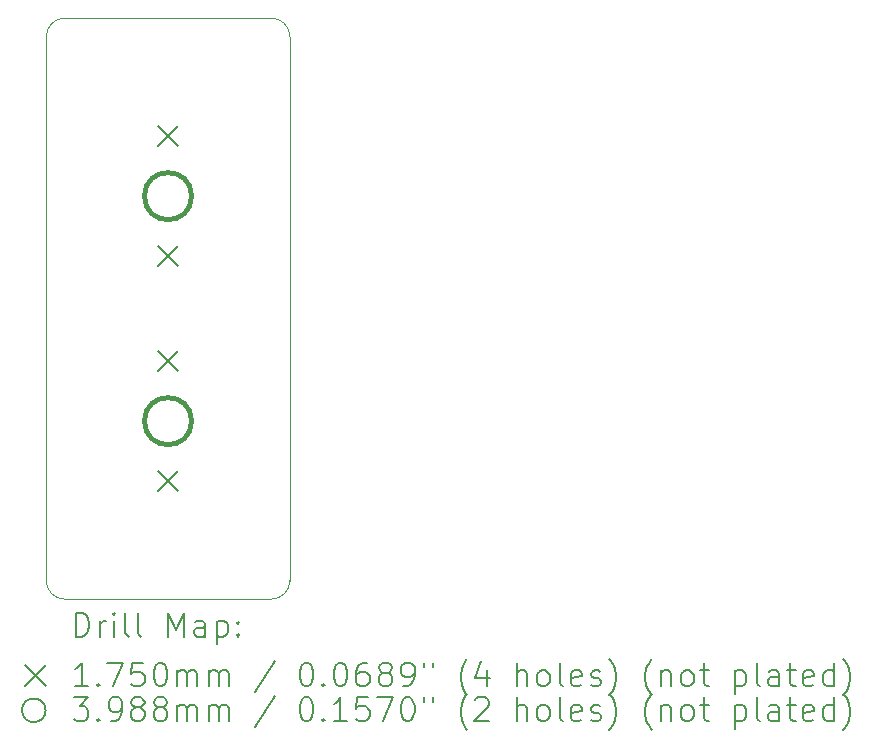
<source format=gbr>
%TF.GenerationSoftware,KiCad,Pcbnew,(6.0.7-1)-1*%
%TF.CreationDate,2022-12-25T16:24:31+07:00*%
%TF.ProjectId,pcb,7063622e-6b69-4636-9164-5f7063625858,rev?*%
%TF.SameCoordinates,Original*%
%TF.FileFunction,Drillmap*%
%TF.FilePolarity,Positive*%
%FSLAX45Y45*%
G04 Gerber Fmt 4.5, Leading zero omitted, Abs format (unit mm)*
G04 Created by KiCad (PCBNEW (6.0.7-1)-1) date 2022-12-25 16:24:31*
%MOMM*%
%LPD*%
G01*
G04 APERTURE LIST*
%ADD10C,0.100000*%
%ADD11C,0.200000*%
%ADD12C,0.175000*%
%ADD13C,0.398780*%
G04 APERTURE END LIST*
D10*
X13922375Y-9207500D02*
X13922375Y-4921250D01*
X12017375Y-4603745D02*
G75*
G03*
X11858625Y-4762500I5J-158755D01*
G01*
X13922370Y-4762500D02*
G75*
G03*
X13763625Y-4603750I-158750J0D01*
G01*
X11858625Y-4921250D02*
X11858625Y-9207500D01*
X12017375Y-9525000D02*
X13763625Y-9525000D01*
X11858625Y-4921250D02*
X11858625Y-4762500D01*
X13922375Y-9207500D02*
X13922375Y-9366250D01*
X13763625Y-4603750D02*
X12017375Y-4603750D01*
X11858630Y-9366250D02*
G75*
G03*
X12017375Y-9525000I158750J0D01*
G01*
X11858625Y-9207500D02*
X11858625Y-9366250D01*
X13922375Y-4921250D02*
X13922375Y-4762500D01*
X13763625Y-9525005D02*
G75*
G03*
X13922375Y-9366250I-5J158755D01*
G01*
D11*
D12*
X12803000Y-5516375D02*
X12978000Y-5691375D01*
X12978000Y-5516375D02*
X12803000Y-5691375D01*
X12803000Y-6532375D02*
X12978000Y-6707375D01*
X12978000Y-6532375D02*
X12803000Y-6707375D01*
X12803000Y-7421375D02*
X12978000Y-7596375D01*
X12978000Y-7421375D02*
X12803000Y-7596375D01*
X12803000Y-8437375D02*
X12978000Y-8612375D01*
X12978000Y-8437375D02*
X12803000Y-8612375D01*
D13*
X13089890Y-6111875D02*
G75*
G03*
X13089890Y-6111875I-199390J0D01*
G01*
X13089890Y-8016875D02*
G75*
G03*
X13089890Y-8016875I-199390J0D01*
G01*
D11*
X12111244Y-9840476D02*
X12111244Y-9640476D01*
X12158863Y-9640476D01*
X12187434Y-9650000D01*
X12206482Y-9669048D01*
X12216006Y-9688095D01*
X12225530Y-9726190D01*
X12225530Y-9754762D01*
X12216006Y-9792857D01*
X12206482Y-9811905D01*
X12187434Y-9830952D01*
X12158863Y-9840476D01*
X12111244Y-9840476D01*
X12311244Y-9840476D02*
X12311244Y-9707143D01*
X12311244Y-9745238D02*
X12320768Y-9726190D01*
X12330292Y-9716667D01*
X12349339Y-9707143D01*
X12368387Y-9707143D01*
X12435053Y-9840476D02*
X12435053Y-9707143D01*
X12435053Y-9640476D02*
X12425530Y-9650000D01*
X12435053Y-9659524D01*
X12444577Y-9650000D01*
X12435053Y-9640476D01*
X12435053Y-9659524D01*
X12558863Y-9840476D02*
X12539815Y-9830952D01*
X12530292Y-9811905D01*
X12530292Y-9640476D01*
X12663625Y-9840476D02*
X12644577Y-9830952D01*
X12635053Y-9811905D01*
X12635053Y-9640476D01*
X12892196Y-9840476D02*
X12892196Y-9640476D01*
X12958863Y-9783333D01*
X13025530Y-9640476D01*
X13025530Y-9840476D01*
X13206482Y-9840476D02*
X13206482Y-9735714D01*
X13196958Y-9716667D01*
X13177911Y-9707143D01*
X13139815Y-9707143D01*
X13120768Y-9716667D01*
X13206482Y-9830952D02*
X13187434Y-9840476D01*
X13139815Y-9840476D01*
X13120768Y-9830952D01*
X13111244Y-9811905D01*
X13111244Y-9792857D01*
X13120768Y-9773810D01*
X13139815Y-9764286D01*
X13187434Y-9764286D01*
X13206482Y-9754762D01*
X13301720Y-9707143D02*
X13301720Y-9907143D01*
X13301720Y-9716667D02*
X13320768Y-9707143D01*
X13358863Y-9707143D01*
X13377911Y-9716667D01*
X13387434Y-9726190D01*
X13396958Y-9745238D01*
X13396958Y-9802381D01*
X13387434Y-9821429D01*
X13377911Y-9830952D01*
X13358863Y-9840476D01*
X13320768Y-9840476D01*
X13301720Y-9830952D01*
X13482673Y-9821429D02*
X13492196Y-9830952D01*
X13482673Y-9840476D01*
X13473149Y-9830952D01*
X13482673Y-9821429D01*
X13482673Y-9840476D01*
X13482673Y-9716667D02*
X13492196Y-9726190D01*
X13482673Y-9735714D01*
X13473149Y-9726190D01*
X13482673Y-9716667D01*
X13482673Y-9735714D01*
D12*
X11678625Y-10082500D02*
X11853625Y-10257500D01*
X11853625Y-10082500D02*
X11678625Y-10257500D01*
D11*
X12216006Y-10260476D02*
X12101720Y-10260476D01*
X12158863Y-10260476D02*
X12158863Y-10060476D01*
X12139815Y-10089048D01*
X12120768Y-10108095D01*
X12101720Y-10117619D01*
X12301720Y-10241429D02*
X12311244Y-10250952D01*
X12301720Y-10260476D01*
X12292196Y-10250952D01*
X12301720Y-10241429D01*
X12301720Y-10260476D01*
X12377911Y-10060476D02*
X12511244Y-10060476D01*
X12425530Y-10260476D01*
X12682673Y-10060476D02*
X12587434Y-10060476D01*
X12577911Y-10155714D01*
X12587434Y-10146190D01*
X12606482Y-10136667D01*
X12654101Y-10136667D01*
X12673149Y-10146190D01*
X12682673Y-10155714D01*
X12692196Y-10174762D01*
X12692196Y-10222381D01*
X12682673Y-10241429D01*
X12673149Y-10250952D01*
X12654101Y-10260476D01*
X12606482Y-10260476D01*
X12587434Y-10250952D01*
X12577911Y-10241429D01*
X12816006Y-10060476D02*
X12835053Y-10060476D01*
X12854101Y-10070000D01*
X12863625Y-10079524D01*
X12873149Y-10098571D01*
X12882673Y-10136667D01*
X12882673Y-10184286D01*
X12873149Y-10222381D01*
X12863625Y-10241429D01*
X12854101Y-10250952D01*
X12835053Y-10260476D01*
X12816006Y-10260476D01*
X12796958Y-10250952D01*
X12787434Y-10241429D01*
X12777911Y-10222381D01*
X12768387Y-10184286D01*
X12768387Y-10136667D01*
X12777911Y-10098571D01*
X12787434Y-10079524D01*
X12796958Y-10070000D01*
X12816006Y-10060476D01*
X12968387Y-10260476D02*
X12968387Y-10127143D01*
X12968387Y-10146190D02*
X12977911Y-10136667D01*
X12996958Y-10127143D01*
X13025530Y-10127143D01*
X13044577Y-10136667D01*
X13054101Y-10155714D01*
X13054101Y-10260476D01*
X13054101Y-10155714D02*
X13063625Y-10136667D01*
X13082673Y-10127143D01*
X13111244Y-10127143D01*
X13130292Y-10136667D01*
X13139815Y-10155714D01*
X13139815Y-10260476D01*
X13235053Y-10260476D02*
X13235053Y-10127143D01*
X13235053Y-10146190D02*
X13244577Y-10136667D01*
X13263625Y-10127143D01*
X13292196Y-10127143D01*
X13311244Y-10136667D01*
X13320768Y-10155714D01*
X13320768Y-10260476D01*
X13320768Y-10155714D02*
X13330292Y-10136667D01*
X13349339Y-10127143D01*
X13377911Y-10127143D01*
X13396958Y-10136667D01*
X13406482Y-10155714D01*
X13406482Y-10260476D01*
X13796958Y-10050952D02*
X13625530Y-10308095D01*
X14054101Y-10060476D02*
X14073149Y-10060476D01*
X14092196Y-10070000D01*
X14101720Y-10079524D01*
X14111244Y-10098571D01*
X14120768Y-10136667D01*
X14120768Y-10184286D01*
X14111244Y-10222381D01*
X14101720Y-10241429D01*
X14092196Y-10250952D01*
X14073149Y-10260476D01*
X14054101Y-10260476D01*
X14035053Y-10250952D01*
X14025530Y-10241429D01*
X14016006Y-10222381D01*
X14006482Y-10184286D01*
X14006482Y-10136667D01*
X14016006Y-10098571D01*
X14025530Y-10079524D01*
X14035053Y-10070000D01*
X14054101Y-10060476D01*
X14206482Y-10241429D02*
X14216006Y-10250952D01*
X14206482Y-10260476D01*
X14196958Y-10250952D01*
X14206482Y-10241429D01*
X14206482Y-10260476D01*
X14339815Y-10060476D02*
X14358863Y-10060476D01*
X14377911Y-10070000D01*
X14387434Y-10079524D01*
X14396958Y-10098571D01*
X14406482Y-10136667D01*
X14406482Y-10184286D01*
X14396958Y-10222381D01*
X14387434Y-10241429D01*
X14377911Y-10250952D01*
X14358863Y-10260476D01*
X14339815Y-10260476D01*
X14320768Y-10250952D01*
X14311244Y-10241429D01*
X14301720Y-10222381D01*
X14292196Y-10184286D01*
X14292196Y-10136667D01*
X14301720Y-10098571D01*
X14311244Y-10079524D01*
X14320768Y-10070000D01*
X14339815Y-10060476D01*
X14577911Y-10060476D02*
X14539815Y-10060476D01*
X14520768Y-10070000D01*
X14511244Y-10079524D01*
X14492196Y-10108095D01*
X14482673Y-10146190D01*
X14482673Y-10222381D01*
X14492196Y-10241429D01*
X14501720Y-10250952D01*
X14520768Y-10260476D01*
X14558863Y-10260476D01*
X14577911Y-10250952D01*
X14587434Y-10241429D01*
X14596958Y-10222381D01*
X14596958Y-10174762D01*
X14587434Y-10155714D01*
X14577911Y-10146190D01*
X14558863Y-10136667D01*
X14520768Y-10136667D01*
X14501720Y-10146190D01*
X14492196Y-10155714D01*
X14482673Y-10174762D01*
X14711244Y-10146190D02*
X14692196Y-10136667D01*
X14682673Y-10127143D01*
X14673149Y-10108095D01*
X14673149Y-10098571D01*
X14682673Y-10079524D01*
X14692196Y-10070000D01*
X14711244Y-10060476D01*
X14749339Y-10060476D01*
X14768387Y-10070000D01*
X14777911Y-10079524D01*
X14787434Y-10098571D01*
X14787434Y-10108095D01*
X14777911Y-10127143D01*
X14768387Y-10136667D01*
X14749339Y-10146190D01*
X14711244Y-10146190D01*
X14692196Y-10155714D01*
X14682673Y-10165238D01*
X14673149Y-10184286D01*
X14673149Y-10222381D01*
X14682673Y-10241429D01*
X14692196Y-10250952D01*
X14711244Y-10260476D01*
X14749339Y-10260476D01*
X14768387Y-10250952D01*
X14777911Y-10241429D01*
X14787434Y-10222381D01*
X14787434Y-10184286D01*
X14777911Y-10165238D01*
X14768387Y-10155714D01*
X14749339Y-10146190D01*
X14882673Y-10260476D02*
X14920768Y-10260476D01*
X14939815Y-10250952D01*
X14949339Y-10241429D01*
X14968387Y-10212857D01*
X14977911Y-10174762D01*
X14977911Y-10098571D01*
X14968387Y-10079524D01*
X14958863Y-10070000D01*
X14939815Y-10060476D01*
X14901720Y-10060476D01*
X14882673Y-10070000D01*
X14873149Y-10079524D01*
X14863625Y-10098571D01*
X14863625Y-10146190D01*
X14873149Y-10165238D01*
X14882673Y-10174762D01*
X14901720Y-10184286D01*
X14939815Y-10184286D01*
X14958863Y-10174762D01*
X14968387Y-10165238D01*
X14977911Y-10146190D01*
X15054101Y-10060476D02*
X15054101Y-10098571D01*
X15130292Y-10060476D02*
X15130292Y-10098571D01*
X15425530Y-10336667D02*
X15416006Y-10327143D01*
X15396958Y-10298571D01*
X15387434Y-10279524D01*
X15377911Y-10250952D01*
X15368387Y-10203333D01*
X15368387Y-10165238D01*
X15377911Y-10117619D01*
X15387434Y-10089048D01*
X15396958Y-10070000D01*
X15416006Y-10041429D01*
X15425530Y-10031905D01*
X15587434Y-10127143D02*
X15587434Y-10260476D01*
X15539815Y-10050952D02*
X15492196Y-10193810D01*
X15616006Y-10193810D01*
X15844577Y-10260476D02*
X15844577Y-10060476D01*
X15930292Y-10260476D02*
X15930292Y-10155714D01*
X15920768Y-10136667D01*
X15901720Y-10127143D01*
X15873149Y-10127143D01*
X15854101Y-10136667D01*
X15844577Y-10146190D01*
X16054101Y-10260476D02*
X16035053Y-10250952D01*
X16025530Y-10241429D01*
X16016006Y-10222381D01*
X16016006Y-10165238D01*
X16025530Y-10146190D01*
X16035053Y-10136667D01*
X16054101Y-10127143D01*
X16082673Y-10127143D01*
X16101720Y-10136667D01*
X16111244Y-10146190D01*
X16120768Y-10165238D01*
X16120768Y-10222381D01*
X16111244Y-10241429D01*
X16101720Y-10250952D01*
X16082673Y-10260476D01*
X16054101Y-10260476D01*
X16235053Y-10260476D02*
X16216006Y-10250952D01*
X16206482Y-10231905D01*
X16206482Y-10060476D01*
X16387434Y-10250952D02*
X16368387Y-10260476D01*
X16330292Y-10260476D01*
X16311244Y-10250952D01*
X16301720Y-10231905D01*
X16301720Y-10155714D01*
X16311244Y-10136667D01*
X16330292Y-10127143D01*
X16368387Y-10127143D01*
X16387434Y-10136667D01*
X16396958Y-10155714D01*
X16396958Y-10174762D01*
X16301720Y-10193810D01*
X16473149Y-10250952D02*
X16492196Y-10260476D01*
X16530292Y-10260476D01*
X16549339Y-10250952D01*
X16558863Y-10231905D01*
X16558863Y-10222381D01*
X16549339Y-10203333D01*
X16530292Y-10193810D01*
X16501720Y-10193810D01*
X16482673Y-10184286D01*
X16473149Y-10165238D01*
X16473149Y-10155714D01*
X16482673Y-10136667D01*
X16501720Y-10127143D01*
X16530292Y-10127143D01*
X16549339Y-10136667D01*
X16625530Y-10336667D02*
X16635053Y-10327143D01*
X16654101Y-10298571D01*
X16663625Y-10279524D01*
X16673149Y-10250952D01*
X16682673Y-10203333D01*
X16682673Y-10165238D01*
X16673149Y-10117619D01*
X16663625Y-10089048D01*
X16654101Y-10070000D01*
X16635053Y-10041429D01*
X16625530Y-10031905D01*
X16987435Y-10336667D02*
X16977911Y-10327143D01*
X16958863Y-10298571D01*
X16949339Y-10279524D01*
X16939815Y-10250952D01*
X16930292Y-10203333D01*
X16930292Y-10165238D01*
X16939815Y-10117619D01*
X16949339Y-10089048D01*
X16958863Y-10070000D01*
X16977911Y-10041429D01*
X16987435Y-10031905D01*
X17063625Y-10127143D02*
X17063625Y-10260476D01*
X17063625Y-10146190D02*
X17073149Y-10136667D01*
X17092196Y-10127143D01*
X17120768Y-10127143D01*
X17139815Y-10136667D01*
X17149339Y-10155714D01*
X17149339Y-10260476D01*
X17273149Y-10260476D02*
X17254101Y-10250952D01*
X17244577Y-10241429D01*
X17235054Y-10222381D01*
X17235054Y-10165238D01*
X17244577Y-10146190D01*
X17254101Y-10136667D01*
X17273149Y-10127143D01*
X17301720Y-10127143D01*
X17320768Y-10136667D01*
X17330292Y-10146190D01*
X17339815Y-10165238D01*
X17339815Y-10222381D01*
X17330292Y-10241429D01*
X17320768Y-10250952D01*
X17301720Y-10260476D01*
X17273149Y-10260476D01*
X17396958Y-10127143D02*
X17473149Y-10127143D01*
X17425530Y-10060476D02*
X17425530Y-10231905D01*
X17435054Y-10250952D01*
X17454101Y-10260476D01*
X17473149Y-10260476D01*
X17692196Y-10127143D02*
X17692196Y-10327143D01*
X17692196Y-10136667D02*
X17711244Y-10127143D01*
X17749339Y-10127143D01*
X17768387Y-10136667D01*
X17777911Y-10146190D01*
X17787435Y-10165238D01*
X17787435Y-10222381D01*
X17777911Y-10241429D01*
X17768387Y-10250952D01*
X17749339Y-10260476D01*
X17711244Y-10260476D01*
X17692196Y-10250952D01*
X17901720Y-10260476D02*
X17882673Y-10250952D01*
X17873149Y-10231905D01*
X17873149Y-10060476D01*
X18063625Y-10260476D02*
X18063625Y-10155714D01*
X18054101Y-10136667D01*
X18035054Y-10127143D01*
X17996958Y-10127143D01*
X17977911Y-10136667D01*
X18063625Y-10250952D02*
X18044577Y-10260476D01*
X17996958Y-10260476D01*
X17977911Y-10250952D01*
X17968387Y-10231905D01*
X17968387Y-10212857D01*
X17977911Y-10193810D01*
X17996958Y-10184286D01*
X18044577Y-10184286D01*
X18063625Y-10174762D01*
X18130292Y-10127143D02*
X18206482Y-10127143D01*
X18158863Y-10060476D02*
X18158863Y-10231905D01*
X18168387Y-10250952D01*
X18187435Y-10260476D01*
X18206482Y-10260476D01*
X18349339Y-10250952D02*
X18330292Y-10260476D01*
X18292196Y-10260476D01*
X18273149Y-10250952D01*
X18263625Y-10231905D01*
X18263625Y-10155714D01*
X18273149Y-10136667D01*
X18292196Y-10127143D01*
X18330292Y-10127143D01*
X18349339Y-10136667D01*
X18358863Y-10155714D01*
X18358863Y-10174762D01*
X18263625Y-10193810D01*
X18530292Y-10260476D02*
X18530292Y-10060476D01*
X18530292Y-10250952D02*
X18511244Y-10260476D01*
X18473149Y-10260476D01*
X18454101Y-10250952D01*
X18444577Y-10241429D01*
X18435054Y-10222381D01*
X18435054Y-10165238D01*
X18444577Y-10146190D01*
X18454101Y-10136667D01*
X18473149Y-10127143D01*
X18511244Y-10127143D01*
X18530292Y-10136667D01*
X18606482Y-10336667D02*
X18616006Y-10327143D01*
X18635054Y-10298571D01*
X18644577Y-10279524D01*
X18654101Y-10250952D01*
X18663625Y-10203333D01*
X18663625Y-10165238D01*
X18654101Y-10117619D01*
X18644577Y-10089048D01*
X18635054Y-10070000D01*
X18616006Y-10041429D01*
X18606482Y-10031905D01*
X11853625Y-10465000D02*
G75*
G03*
X11853625Y-10465000I-100000J0D01*
G01*
X12092196Y-10355476D02*
X12216006Y-10355476D01*
X12149339Y-10431667D01*
X12177911Y-10431667D01*
X12196958Y-10441190D01*
X12206482Y-10450714D01*
X12216006Y-10469762D01*
X12216006Y-10517381D01*
X12206482Y-10536429D01*
X12196958Y-10545952D01*
X12177911Y-10555476D01*
X12120768Y-10555476D01*
X12101720Y-10545952D01*
X12092196Y-10536429D01*
X12301720Y-10536429D02*
X12311244Y-10545952D01*
X12301720Y-10555476D01*
X12292196Y-10545952D01*
X12301720Y-10536429D01*
X12301720Y-10555476D01*
X12406482Y-10555476D02*
X12444577Y-10555476D01*
X12463625Y-10545952D01*
X12473149Y-10536429D01*
X12492196Y-10507857D01*
X12501720Y-10469762D01*
X12501720Y-10393571D01*
X12492196Y-10374524D01*
X12482673Y-10365000D01*
X12463625Y-10355476D01*
X12425530Y-10355476D01*
X12406482Y-10365000D01*
X12396958Y-10374524D01*
X12387434Y-10393571D01*
X12387434Y-10441190D01*
X12396958Y-10460238D01*
X12406482Y-10469762D01*
X12425530Y-10479286D01*
X12463625Y-10479286D01*
X12482673Y-10469762D01*
X12492196Y-10460238D01*
X12501720Y-10441190D01*
X12616006Y-10441190D02*
X12596958Y-10431667D01*
X12587434Y-10422143D01*
X12577911Y-10403095D01*
X12577911Y-10393571D01*
X12587434Y-10374524D01*
X12596958Y-10365000D01*
X12616006Y-10355476D01*
X12654101Y-10355476D01*
X12673149Y-10365000D01*
X12682673Y-10374524D01*
X12692196Y-10393571D01*
X12692196Y-10403095D01*
X12682673Y-10422143D01*
X12673149Y-10431667D01*
X12654101Y-10441190D01*
X12616006Y-10441190D01*
X12596958Y-10450714D01*
X12587434Y-10460238D01*
X12577911Y-10479286D01*
X12577911Y-10517381D01*
X12587434Y-10536429D01*
X12596958Y-10545952D01*
X12616006Y-10555476D01*
X12654101Y-10555476D01*
X12673149Y-10545952D01*
X12682673Y-10536429D01*
X12692196Y-10517381D01*
X12692196Y-10479286D01*
X12682673Y-10460238D01*
X12673149Y-10450714D01*
X12654101Y-10441190D01*
X12806482Y-10441190D02*
X12787434Y-10431667D01*
X12777911Y-10422143D01*
X12768387Y-10403095D01*
X12768387Y-10393571D01*
X12777911Y-10374524D01*
X12787434Y-10365000D01*
X12806482Y-10355476D01*
X12844577Y-10355476D01*
X12863625Y-10365000D01*
X12873149Y-10374524D01*
X12882673Y-10393571D01*
X12882673Y-10403095D01*
X12873149Y-10422143D01*
X12863625Y-10431667D01*
X12844577Y-10441190D01*
X12806482Y-10441190D01*
X12787434Y-10450714D01*
X12777911Y-10460238D01*
X12768387Y-10479286D01*
X12768387Y-10517381D01*
X12777911Y-10536429D01*
X12787434Y-10545952D01*
X12806482Y-10555476D01*
X12844577Y-10555476D01*
X12863625Y-10545952D01*
X12873149Y-10536429D01*
X12882673Y-10517381D01*
X12882673Y-10479286D01*
X12873149Y-10460238D01*
X12863625Y-10450714D01*
X12844577Y-10441190D01*
X12968387Y-10555476D02*
X12968387Y-10422143D01*
X12968387Y-10441190D02*
X12977911Y-10431667D01*
X12996958Y-10422143D01*
X13025530Y-10422143D01*
X13044577Y-10431667D01*
X13054101Y-10450714D01*
X13054101Y-10555476D01*
X13054101Y-10450714D02*
X13063625Y-10431667D01*
X13082673Y-10422143D01*
X13111244Y-10422143D01*
X13130292Y-10431667D01*
X13139815Y-10450714D01*
X13139815Y-10555476D01*
X13235053Y-10555476D02*
X13235053Y-10422143D01*
X13235053Y-10441190D02*
X13244577Y-10431667D01*
X13263625Y-10422143D01*
X13292196Y-10422143D01*
X13311244Y-10431667D01*
X13320768Y-10450714D01*
X13320768Y-10555476D01*
X13320768Y-10450714D02*
X13330292Y-10431667D01*
X13349339Y-10422143D01*
X13377911Y-10422143D01*
X13396958Y-10431667D01*
X13406482Y-10450714D01*
X13406482Y-10555476D01*
X13796958Y-10345952D02*
X13625530Y-10603095D01*
X14054101Y-10355476D02*
X14073149Y-10355476D01*
X14092196Y-10365000D01*
X14101720Y-10374524D01*
X14111244Y-10393571D01*
X14120768Y-10431667D01*
X14120768Y-10479286D01*
X14111244Y-10517381D01*
X14101720Y-10536429D01*
X14092196Y-10545952D01*
X14073149Y-10555476D01*
X14054101Y-10555476D01*
X14035053Y-10545952D01*
X14025530Y-10536429D01*
X14016006Y-10517381D01*
X14006482Y-10479286D01*
X14006482Y-10431667D01*
X14016006Y-10393571D01*
X14025530Y-10374524D01*
X14035053Y-10365000D01*
X14054101Y-10355476D01*
X14206482Y-10536429D02*
X14216006Y-10545952D01*
X14206482Y-10555476D01*
X14196958Y-10545952D01*
X14206482Y-10536429D01*
X14206482Y-10555476D01*
X14406482Y-10555476D02*
X14292196Y-10555476D01*
X14349339Y-10555476D02*
X14349339Y-10355476D01*
X14330292Y-10384048D01*
X14311244Y-10403095D01*
X14292196Y-10412619D01*
X14587434Y-10355476D02*
X14492196Y-10355476D01*
X14482673Y-10450714D01*
X14492196Y-10441190D01*
X14511244Y-10431667D01*
X14558863Y-10431667D01*
X14577911Y-10441190D01*
X14587434Y-10450714D01*
X14596958Y-10469762D01*
X14596958Y-10517381D01*
X14587434Y-10536429D01*
X14577911Y-10545952D01*
X14558863Y-10555476D01*
X14511244Y-10555476D01*
X14492196Y-10545952D01*
X14482673Y-10536429D01*
X14663625Y-10355476D02*
X14796958Y-10355476D01*
X14711244Y-10555476D01*
X14911244Y-10355476D02*
X14930292Y-10355476D01*
X14949339Y-10365000D01*
X14958863Y-10374524D01*
X14968387Y-10393571D01*
X14977911Y-10431667D01*
X14977911Y-10479286D01*
X14968387Y-10517381D01*
X14958863Y-10536429D01*
X14949339Y-10545952D01*
X14930292Y-10555476D01*
X14911244Y-10555476D01*
X14892196Y-10545952D01*
X14882673Y-10536429D01*
X14873149Y-10517381D01*
X14863625Y-10479286D01*
X14863625Y-10431667D01*
X14873149Y-10393571D01*
X14882673Y-10374524D01*
X14892196Y-10365000D01*
X14911244Y-10355476D01*
X15054101Y-10355476D02*
X15054101Y-10393571D01*
X15130292Y-10355476D02*
X15130292Y-10393571D01*
X15425530Y-10631667D02*
X15416006Y-10622143D01*
X15396958Y-10593571D01*
X15387434Y-10574524D01*
X15377911Y-10545952D01*
X15368387Y-10498333D01*
X15368387Y-10460238D01*
X15377911Y-10412619D01*
X15387434Y-10384048D01*
X15396958Y-10365000D01*
X15416006Y-10336429D01*
X15425530Y-10326905D01*
X15492196Y-10374524D02*
X15501720Y-10365000D01*
X15520768Y-10355476D01*
X15568387Y-10355476D01*
X15587434Y-10365000D01*
X15596958Y-10374524D01*
X15606482Y-10393571D01*
X15606482Y-10412619D01*
X15596958Y-10441190D01*
X15482673Y-10555476D01*
X15606482Y-10555476D01*
X15844577Y-10555476D02*
X15844577Y-10355476D01*
X15930292Y-10555476D02*
X15930292Y-10450714D01*
X15920768Y-10431667D01*
X15901720Y-10422143D01*
X15873149Y-10422143D01*
X15854101Y-10431667D01*
X15844577Y-10441190D01*
X16054101Y-10555476D02*
X16035053Y-10545952D01*
X16025530Y-10536429D01*
X16016006Y-10517381D01*
X16016006Y-10460238D01*
X16025530Y-10441190D01*
X16035053Y-10431667D01*
X16054101Y-10422143D01*
X16082673Y-10422143D01*
X16101720Y-10431667D01*
X16111244Y-10441190D01*
X16120768Y-10460238D01*
X16120768Y-10517381D01*
X16111244Y-10536429D01*
X16101720Y-10545952D01*
X16082673Y-10555476D01*
X16054101Y-10555476D01*
X16235053Y-10555476D02*
X16216006Y-10545952D01*
X16206482Y-10526905D01*
X16206482Y-10355476D01*
X16387434Y-10545952D02*
X16368387Y-10555476D01*
X16330292Y-10555476D01*
X16311244Y-10545952D01*
X16301720Y-10526905D01*
X16301720Y-10450714D01*
X16311244Y-10431667D01*
X16330292Y-10422143D01*
X16368387Y-10422143D01*
X16387434Y-10431667D01*
X16396958Y-10450714D01*
X16396958Y-10469762D01*
X16301720Y-10488810D01*
X16473149Y-10545952D02*
X16492196Y-10555476D01*
X16530292Y-10555476D01*
X16549339Y-10545952D01*
X16558863Y-10526905D01*
X16558863Y-10517381D01*
X16549339Y-10498333D01*
X16530292Y-10488810D01*
X16501720Y-10488810D01*
X16482673Y-10479286D01*
X16473149Y-10460238D01*
X16473149Y-10450714D01*
X16482673Y-10431667D01*
X16501720Y-10422143D01*
X16530292Y-10422143D01*
X16549339Y-10431667D01*
X16625530Y-10631667D02*
X16635053Y-10622143D01*
X16654101Y-10593571D01*
X16663625Y-10574524D01*
X16673149Y-10545952D01*
X16682673Y-10498333D01*
X16682673Y-10460238D01*
X16673149Y-10412619D01*
X16663625Y-10384048D01*
X16654101Y-10365000D01*
X16635053Y-10336429D01*
X16625530Y-10326905D01*
X16987435Y-10631667D02*
X16977911Y-10622143D01*
X16958863Y-10593571D01*
X16949339Y-10574524D01*
X16939815Y-10545952D01*
X16930292Y-10498333D01*
X16930292Y-10460238D01*
X16939815Y-10412619D01*
X16949339Y-10384048D01*
X16958863Y-10365000D01*
X16977911Y-10336429D01*
X16987435Y-10326905D01*
X17063625Y-10422143D02*
X17063625Y-10555476D01*
X17063625Y-10441190D02*
X17073149Y-10431667D01*
X17092196Y-10422143D01*
X17120768Y-10422143D01*
X17139815Y-10431667D01*
X17149339Y-10450714D01*
X17149339Y-10555476D01*
X17273149Y-10555476D02*
X17254101Y-10545952D01*
X17244577Y-10536429D01*
X17235054Y-10517381D01*
X17235054Y-10460238D01*
X17244577Y-10441190D01*
X17254101Y-10431667D01*
X17273149Y-10422143D01*
X17301720Y-10422143D01*
X17320768Y-10431667D01*
X17330292Y-10441190D01*
X17339815Y-10460238D01*
X17339815Y-10517381D01*
X17330292Y-10536429D01*
X17320768Y-10545952D01*
X17301720Y-10555476D01*
X17273149Y-10555476D01*
X17396958Y-10422143D02*
X17473149Y-10422143D01*
X17425530Y-10355476D02*
X17425530Y-10526905D01*
X17435054Y-10545952D01*
X17454101Y-10555476D01*
X17473149Y-10555476D01*
X17692196Y-10422143D02*
X17692196Y-10622143D01*
X17692196Y-10431667D02*
X17711244Y-10422143D01*
X17749339Y-10422143D01*
X17768387Y-10431667D01*
X17777911Y-10441190D01*
X17787435Y-10460238D01*
X17787435Y-10517381D01*
X17777911Y-10536429D01*
X17768387Y-10545952D01*
X17749339Y-10555476D01*
X17711244Y-10555476D01*
X17692196Y-10545952D01*
X17901720Y-10555476D02*
X17882673Y-10545952D01*
X17873149Y-10526905D01*
X17873149Y-10355476D01*
X18063625Y-10555476D02*
X18063625Y-10450714D01*
X18054101Y-10431667D01*
X18035054Y-10422143D01*
X17996958Y-10422143D01*
X17977911Y-10431667D01*
X18063625Y-10545952D02*
X18044577Y-10555476D01*
X17996958Y-10555476D01*
X17977911Y-10545952D01*
X17968387Y-10526905D01*
X17968387Y-10507857D01*
X17977911Y-10488810D01*
X17996958Y-10479286D01*
X18044577Y-10479286D01*
X18063625Y-10469762D01*
X18130292Y-10422143D02*
X18206482Y-10422143D01*
X18158863Y-10355476D02*
X18158863Y-10526905D01*
X18168387Y-10545952D01*
X18187435Y-10555476D01*
X18206482Y-10555476D01*
X18349339Y-10545952D02*
X18330292Y-10555476D01*
X18292196Y-10555476D01*
X18273149Y-10545952D01*
X18263625Y-10526905D01*
X18263625Y-10450714D01*
X18273149Y-10431667D01*
X18292196Y-10422143D01*
X18330292Y-10422143D01*
X18349339Y-10431667D01*
X18358863Y-10450714D01*
X18358863Y-10469762D01*
X18263625Y-10488810D01*
X18530292Y-10555476D02*
X18530292Y-10355476D01*
X18530292Y-10545952D02*
X18511244Y-10555476D01*
X18473149Y-10555476D01*
X18454101Y-10545952D01*
X18444577Y-10536429D01*
X18435054Y-10517381D01*
X18435054Y-10460238D01*
X18444577Y-10441190D01*
X18454101Y-10431667D01*
X18473149Y-10422143D01*
X18511244Y-10422143D01*
X18530292Y-10431667D01*
X18606482Y-10631667D02*
X18616006Y-10622143D01*
X18635054Y-10593571D01*
X18644577Y-10574524D01*
X18654101Y-10545952D01*
X18663625Y-10498333D01*
X18663625Y-10460238D01*
X18654101Y-10412619D01*
X18644577Y-10384048D01*
X18635054Y-10365000D01*
X18616006Y-10336429D01*
X18606482Y-10326905D01*
M02*

</source>
